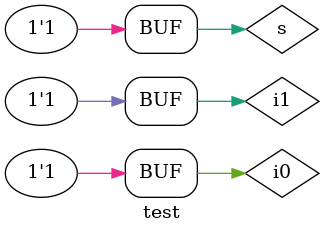
<source format=v>
module two_input_mux(S,I0,I1,Y);
	input S,I0,I1;
	output Y;
	wire x,y;
	and g1 (x,I0,!S),
		g2 (y,I1,S);
	or	g4 (Y,x,y);
endmodule

module test;
	reg s,i0,i1; // Reg for inputs 
	wire y;    // Wire for outputs
	
	two_input_mux T(s,i0,i1,y);
	
	initial
		begin
			$display("Time S I0 I1 Y"); 
           s=0; i0=0; i1=0; 
       #10 s=0; i0=0; i1=1; 
       #10 s=0; i0=1; i1=0; 
       #10 s=0; i0=1; i1=1; 
       #10 s=1; i0=0; i1=0; 
       #10 s=1; i0=0; i1=1; 
       #10 s=1; i0=1; i1=0; 
       #10 s=1; i0=1; i1=1;   
	end

   initial 
		$monitor("%4d %b %b  %b  %b",$time,s,i0,i1,y);

endmodule

</source>
